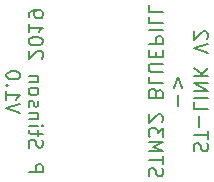
<source format=gbo>
G04 #@! TF.FileFunction,Legend,Bot*
%FSLAX46Y46*%
G04 Gerber Fmt 4.6, Leading zero omitted, Abs format (unit mm)*
G04 Created by KiCad (PCBNEW 4.0.7) date 07/18/19 16:35:03*
%MOMM*%
%LPD*%
G01*
G04 APERTURE LIST*
%ADD10C,0.100000*%
%ADD11C,0.200000*%
G04 APERTURE END LIST*
D10*
D11*
X159407143Y-109778571D02*
X158207143Y-109378571D01*
X159407143Y-108978571D01*
X158207143Y-107950000D02*
X158207143Y-108635715D01*
X158207143Y-108292857D02*
X159407143Y-108292857D01*
X159235714Y-108407143D01*
X159121429Y-108521429D01*
X159064286Y-108635715D01*
X158321429Y-107435715D02*
X158264286Y-107378572D01*
X158207143Y-107435715D01*
X158264286Y-107492858D01*
X158321429Y-107435715D01*
X158207143Y-107435715D01*
X159407143Y-106635714D02*
X159407143Y-106521429D01*
X159350000Y-106407143D01*
X159292857Y-106350000D01*
X159178571Y-106292857D01*
X158950000Y-106235714D01*
X158664286Y-106235714D01*
X158435714Y-106292857D01*
X158321429Y-106350000D01*
X158264286Y-106407143D01*
X158207143Y-106521429D01*
X158207143Y-106635714D01*
X158264286Y-106750000D01*
X158321429Y-106807143D01*
X158435714Y-106864286D01*
X158664286Y-106921429D01*
X158950000Y-106921429D01*
X159178571Y-106864286D01*
X159292857Y-106807143D01*
X159350000Y-106750000D01*
X159407143Y-106635714D01*
X160112143Y-114778571D02*
X161312143Y-114778571D01*
X161312143Y-114321428D01*
X161255000Y-114207142D01*
X161197857Y-114149999D01*
X161083571Y-114092856D01*
X160912143Y-114092856D01*
X160797857Y-114149999D01*
X160740714Y-114207142D01*
X160683571Y-114321428D01*
X160683571Y-114778571D01*
X160169286Y-112721428D02*
X160112143Y-112549999D01*
X160112143Y-112264285D01*
X160169286Y-112149999D01*
X160226429Y-112092856D01*
X160340714Y-112035713D01*
X160455000Y-112035713D01*
X160569286Y-112092856D01*
X160626429Y-112149999D01*
X160683571Y-112264285D01*
X160740714Y-112492856D01*
X160797857Y-112607142D01*
X160855000Y-112664285D01*
X160969286Y-112721428D01*
X161083571Y-112721428D01*
X161197857Y-112664285D01*
X161255000Y-112607142D01*
X161312143Y-112492856D01*
X161312143Y-112207142D01*
X161255000Y-112035713D01*
X160912143Y-111692856D02*
X160912143Y-111235713D01*
X161312143Y-111521428D02*
X160283571Y-111521428D01*
X160169286Y-111464285D01*
X160112143Y-111349999D01*
X160112143Y-111235713D01*
X160112143Y-110835714D02*
X160912143Y-110835714D01*
X161312143Y-110835714D02*
X161255000Y-110892857D01*
X161197857Y-110835714D01*
X161255000Y-110778571D01*
X161312143Y-110835714D01*
X161197857Y-110835714D01*
X160912143Y-110264285D02*
X160112143Y-110264285D01*
X160797857Y-110264285D02*
X160855000Y-110207142D01*
X160912143Y-110092856D01*
X160912143Y-109921428D01*
X160855000Y-109807142D01*
X160740714Y-109749999D01*
X160112143Y-109749999D01*
X160169286Y-109235714D02*
X160112143Y-109121428D01*
X160112143Y-108892856D01*
X160169286Y-108778571D01*
X160283571Y-108721428D01*
X160340714Y-108721428D01*
X160455000Y-108778571D01*
X160512143Y-108892856D01*
X160512143Y-109064285D01*
X160569286Y-109178571D01*
X160683571Y-109235714D01*
X160740714Y-109235714D01*
X160855000Y-109178571D01*
X160912143Y-109064285D01*
X160912143Y-108892856D01*
X160855000Y-108778571D01*
X160112143Y-108035713D02*
X160169286Y-108149999D01*
X160226429Y-108207142D01*
X160340714Y-108264285D01*
X160683571Y-108264285D01*
X160797857Y-108207142D01*
X160855000Y-108149999D01*
X160912143Y-108035713D01*
X160912143Y-107864285D01*
X160855000Y-107749999D01*
X160797857Y-107692856D01*
X160683571Y-107635713D01*
X160340714Y-107635713D01*
X160226429Y-107692856D01*
X160169286Y-107749999D01*
X160112143Y-107864285D01*
X160112143Y-108035713D01*
X160912143Y-107121428D02*
X160112143Y-107121428D01*
X160797857Y-107121428D02*
X160855000Y-107064285D01*
X160912143Y-106949999D01*
X160912143Y-106778571D01*
X160855000Y-106664285D01*
X160740714Y-106607142D01*
X160112143Y-106607142D01*
X161197857Y-105178571D02*
X161255000Y-105121428D01*
X161312143Y-105007142D01*
X161312143Y-104721428D01*
X161255000Y-104607142D01*
X161197857Y-104549999D01*
X161083571Y-104492856D01*
X160969286Y-104492856D01*
X160797857Y-104549999D01*
X160112143Y-105235713D01*
X160112143Y-104492856D01*
X161312143Y-103749999D02*
X161312143Y-103635714D01*
X161255000Y-103521428D01*
X161197857Y-103464285D01*
X161083571Y-103407142D01*
X160855000Y-103349999D01*
X160569286Y-103349999D01*
X160340714Y-103407142D01*
X160226429Y-103464285D01*
X160169286Y-103521428D01*
X160112143Y-103635714D01*
X160112143Y-103749999D01*
X160169286Y-103864285D01*
X160226429Y-103921428D01*
X160340714Y-103978571D01*
X160569286Y-104035714D01*
X160855000Y-104035714D01*
X161083571Y-103978571D01*
X161197857Y-103921428D01*
X161255000Y-103864285D01*
X161312143Y-103749999D01*
X160112143Y-102207142D02*
X160112143Y-102892857D01*
X160112143Y-102549999D02*
X161312143Y-102549999D01*
X161140714Y-102664285D01*
X161026429Y-102778571D01*
X160969286Y-102892857D01*
X160112143Y-101635714D02*
X160112143Y-101407142D01*
X160169286Y-101292857D01*
X160226429Y-101235714D01*
X160397857Y-101121428D01*
X160626429Y-101064285D01*
X161083571Y-101064285D01*
X161197857Y-101121428D01*
X161255000Y-101178571D01*
X161312143Y-101292857D01*
X161312143Y-101521428D01*
X161255000Y-101635714D01*
X161197857Y-101692857D01*
X161083571Y-101750000D01*
X160797857Y-101750000D01*
X160683571Y-101692857D01*
X160626429Y-101635714D01*
X160569286Y-101521428D01*
X160569286Y-101292857D01*
X160626429Y-101178571D01*
X160683571Y-101121428D01*
X160797857Y-101064285D01*
X170329286Y-115150001D02*
X170272143Y-114978572D01*
X170272143Y-114692858D01*
X170329286Y-114578572D01*
X170386429Y-114521429D01*
X170500714Y-114464286D01*
X170615000Y-114464286D01*
X170729286Y-114521429D01*
X170786429Y-114578572D01*
X170843571Y-114692858D01*
X170900714Y-114921429D01*
X170957857Y-115035715D01*
X171015000Y-115092858D01*
X171129286Y-115150001D01*
X171243571Y-115150001D01*
X171357857Y-115092858D01*
X171415000Y-115035715D01*
X171472143Y-114921429D01*
X171472143Y-114635715D01*
X171415000Y-114464286D01*
X171472143Y-114121429D02*
X171472143Y-113435715D01*
X170272143Y-113778572D02*
X171472143Y-113778572D01*
X170272143Y-113035715D02*
X171472143Y-113035715D01*
X170615000Y-112635715D01*
X171472143Y-112235715D01*
X170272143Y-112235715D01*
X171472143Y-111778571D02*
X171472143Y-111035714D01*
X171015000Y-111435714D01*
X171015000Y-111264286D01*
X170957857Y-111150000D01*
X170900714Y-111092857D01*
X170786429Y-111035714D01*
X170500714Y-111035714D01*
X170386429Y-111092857D01*
X170329286Y-111150000D01*
X170272143Y-111264286D01*
X170272143Y-111607143D01*
X170329286Y-111721429D01*
X170386429Y-111778571D01*
X171357857Y-110578572D02*
X171415000Y-110521429D01*
X171472143Y-110407143D01*
X171472143Y-110121429D01*
X171415000Y-110007143D01*
X171357857Y-109950000D01*
X171243571Y-109892857D01*
X171129286Y-109892857D01*
X170957857Y-109950000D01*
X170272143Y-110635714D01*
X170272143Y-109892857D01*
X170900714Y-108064286D02*
X170843571Y-107892857D01*
X170786429Y-107835714D01*
X170672143Y-107778571D01*
X170500714Y-107778571D01*
X170386429Y-107835714D01*
X170329286Y-107892857D01*
X170272143Y-108007143D01*
X170272143Y-108464286D01*
X171472143Y-108464286D01*
X171472143Y-108064286D01*
X171415000Y-107950000D01*
X171357857Y-107892857D01*
X171243571Y-107835714D01*
X171129286Y-107835714D01*
X171015000Y-107892857D01*
X170957857Y-107950000D01*
X170900714Y-108064286D01*
X170900714Y-108464286D01*
X170272143Y-106692857D02*
X170272143Y-107264286D01*
X171472143Y-107264286D01*
X171472143Y-106292857D02*
X170500714Y-106292857D01*
X170386429Y-106235714D01*
X170329286Y-106178571D01*
X170272143Y-106064285D01*
X170272143Y-105835714D01*
X170329286Y-105721428D01*
X170386429Y-105664285D01*
X170500714Y-105607142D01*
X171472143Y-105607142D01*
X170900714Y-105035714D02*
X170900714Y-104635714D01*
X170272143Y-104464285D02*
X170272143Y-105035714D01*
X171472143Y-105035714D01*
X171472143Y-104464285D01*
X170272143Y-103950000D02*
X171472143Y-103950000D01*
X171472143Y-103492857D01*
X171415000Y-103378571D01*
X171357857Y-103321428D01*
X171243571Y-103264285D01*
X171072143Y-103264285D01*
X170957857Y-103321428D01*
X170900714Y-103378571D01*
X170843571Y-103492857D01*
X170843571Y-103950000D01*
X170272143Y-102750000D02*
X171472143Y-102750000D01*
X170272143Y-101607142D02*
X170272143Y-102178571D01*
X171472143Y-102178571D01*
X170272143Y-100635713D02*
X170272143Y-101207142D01*
X171472143Y-101207142D01*
X172761286Y-109150000D02*
X172761286Y-108235714D01*
X173104143Y-107664286D02*
X172761286Y-106750000D01*
X172418429Y-107664286D01*
X174139286Y-113035715D02*
X174082143Y-112864286D01*
X174082143Y-112578572D01*
X174139286Y-112464286D01*
X174196429Y-112407143D01*
X174310714Y-112350000D01*
X174425000Y-112350000D01*
X174539286Y-112407143D01*
X174596429Y-112464286D01*
X174653571Y-112578572D01*
X174710714Y-112807143D01*
X174767857Y-112921429D01*
X174825000Y-112978572D01*
X174939286Y-113035715D01*
X175053571Y-113035715D01*
X175167857Y-112978572D01*
X175225000Y-112921429D01*
X175282143Y-112807143D01*
X175282143Y-112521429D01*
X175225000Y-112350000D01*
X175282143Y-112007143D02*
X175282143Y-111321429D01*
X174082143Y-111664286D02*
X175282143Y-111664286D01*
X174539286Y-110921429D02*
X174539286Y-110007143D01*
X174082143Y-108864286D02*
X174082143Y-109435715D01*
X175282143Y-109435715D01*
X174082143Y-108464286D02*
X175282143Y-108464286D01*
X174082143Y-107892857D02*
X175282143Y-107892857D01*
X174082143Y-107207142D01*
X175282143Y-107207142D01*
X174082143Y-106635714D02*
X175282143Y-106635714D01*
X174082143Y-105949999D02*
X174767857Y-106464285D01*
X175282143Y-105949999D02*
X174596429Y-106635714D01*
X175282143Y-104692856D02*
X174082143Y-104292856D01*
X175282143Y-103892856D01*
X175167857Y-103550000D02*
X175225000Y-103492857D01*
X175282143Y-103378571D01*
X175282143Y-103092857D01*
X175225000Y-102978571D01*
X175167857Y-102921428D01*
X175053571Y-102864285D01*
X174939286Y-102864285D01*
X174767857Y-102921428D01*
X174082143Y-103607142D01*
X174082143Y-102864285D01*
M02*

</source>
